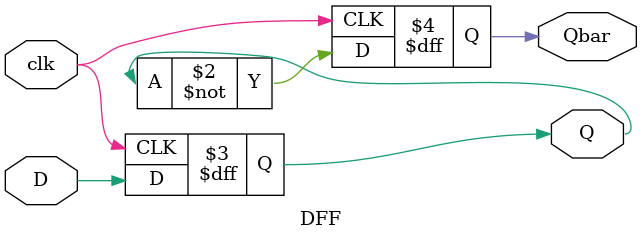
<source format=v>
`timescale 1ns / 1ps
module status_storage_module(clk, condition_values, conditional_wires);

input clk;
input [3:0]condition_values;
output [8:0]conditional_wires;

wire [3:0] condition_values;
//reg [8:0] condtional_wires;

assign conditional_wires[0]=1;
DFF DFF_1(condition_values[0], clk, conditional_wires[1], conditional_wires[2]);
DFF DFF_2(condition_values[1], clk, conditional_wires[3], conditional_wires[4]);
DFF DFF_3(condition_values[2], clk, conditional_wires[5], conditional_wires[6]);
DFF DFF_4(condition_values[3], clk, conditional_wires[7], conditional_wires[8]);

endmodule

module DFF(D,clk,Q, Qbar);

    input clk;
	 input  D;
    output reg  Q;
    output reg Qbar;
    always @(posedge clk)
	 begin
         Q <= D;
			Qbar <= ~Q; 
    end
endmodule


</source>
